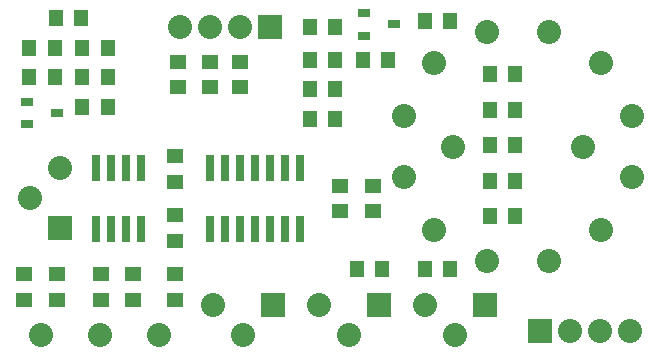
<source format=gts>
G04 (created by PCBNEW (2013-07-07 BZR 4022)-stable) date 2014-06-17 1:34:36 PM*
%MOIN*%
G04 Gerber Fmt 3.4, Leading zero omitted, Abs format*
%FSLAX34Y34*%
G01*
G70*
G90*
G04 APERTURE LIST*
%ADD10C,0.00590551*%
%ADD11C,0.0802748*%
%ADD12R,0.0409748X0.0291748*%
%ADD13R,0.0565748X0.0465748*%
%ADD14R,0.0465748X0.0565748*%
%ADD15R,0.0802748X0.0802748*%
%ADD16R,0.0251748X0.0881748*%
%ADD17C,0.080315*%
G04 APERTURE END LIST*
G54D10*
G54D11*
X13543Y-19133D03*
X11574Y-19133D03*
X15511Y-19133D03*
G54D12*
X12114Y-11712D03*
X11114Y-12087D03*
X11114Y-11337D03*
G54D13*
X16043Y-15976D03*
X16043Y-15126D03*
X16043Y-14007D03*
X16043Y-13157D03*
X17224Y-10858D03*
X17224Y-10008D03*
G54D14*
X26543Y-15157D03*
X27393Y-15157D03*
X26543Y-13976D03*
X27393Y-13976D03*
X26543Y-12795D03*
X27393Y-12795D03*
X26543Y-11614D03*
X27393Y-11614D03*
X26543Y-10433D03*
X27393Y-10433D03*
X12960Y-11515D03*
X13810Y-11515D03*
X11189Y-9547D03*
X12039Y-9547D03*
X12960Y-9547D03*
X13810Y-9547D03*
G54D13*
X18208Y-10858D03*
X18208Y-10008D03*
G54D14*
X20539Y-11909D03*
X21389Y-11909D03*
G54D13*
X14665Y-17094D03*
X14665Y-17944D03*
G54D14*
X12960Y-10531D03*
X13810Y-10531D03*
G54D13*
X13582Y-17944D03*
X13582Y-17094D03*
G54D14*
X11189Y-10531D03*
X12039Y-10531D03*
X12075Y-8562D03*
X12925Y-8562D03*
G54D15*
X19216Y-8858D03*
G54D11*
X18216Y-8858D03*
X17216Y-8858D03*
X16216Y-8858D03*
G54D16*
X17200Y-15589D03*
X17700Y-15589D03*
X18200Y-15589D03*
X18700Y-15589D03*
X19200Y-15589D03*
X19700Y-15589D03*
X20200Y-15589D03*
X20200Y-13543D03*
X19700Y-13543D03*
X19200Y-13543D03*
X18700Y-13543D03*
X18200Y-13543D03*
X17700Y-13543D03*
X17200Y-13543D03*
G54D17*
X23677Y-11814D03*
X24696Y-10051D03*
X26460Y-9031D03*
X28500Y-9031D03*
X30263Y-10051D03*
X31283Y-11814D03*
X29645Y-12834D03*
X25314Y-12834D03*
X23677Y-13854D03*
X24696Y-15618D03*
X26460Y-16637D03*
X28500Y-16637D03*
X30263Y-15618D03*
X31283Y-13854D03*
G54D12*
X23334Y-8759D03*
X22334Y-9134D03*
X22334Y-8384D03*
G54D14*
X22311Y-9940D03*
X23161Y-9940D03*
X24378Y-8661D03*
X25228Y-8661D03*
G54D13*
X22637Y-14141D03*
X22637Y-14991D03*
G54D14*
X20539Y-9940D03*
X21389Y-9940D03*
X21389Y-10925D03*
X20539Y-10925D03*
X20539Y-8858D03*
X21389Y-8858D03*
G54D16*
X14923Y-13543D03*
X14423Y-13543D03*
X13923Y-13543D03*
X13423Y-13543D03*
X13423Y-15589D03*
X13923Y-15589D03*
X14423Y-15589D03*
X14923Y-15589D03*
G54D11*
X18307Y-19110D03*
X17307Y-18110D03*
G54D15*
X19307Y-18110D03*
G54D11*
X21850Y-19110D03*
X20850Y-18110D03*
G54D15*
X22850Y-18110D03*
G54D11*
X25393Y-19110D03*
X24393Y-18110D03*
G54D15*
X26393Y-18110D03*
G54D11*
X11204Y-14566D03*
X12204Y-13566D03*
G54D15*
X12204Y-15566D03*
G54D13*
X12106Y-17944D03*
X12106Y-17094D03*
X11023Y-17944D03*
X11023Y-17094D03*
X16141Y-10858D03*
X16141Y-10008D03*
G54D15*
X28224Y-18996D03*
G54D11*
X29224Y-18996D03*
X30224Y-18996D03*
X31224Y-18996D03*
G54D13*
X21555Y-14141D03*
X21555Y-14991D03*
X16043Y-17094D03*
X16043Y-17944D03*
G54D14*
X22114Y-16929D03*
X22964Y-16929D03*
X24378Y-16929D03*
X25228Y-16929D03*
M02*

</source>
